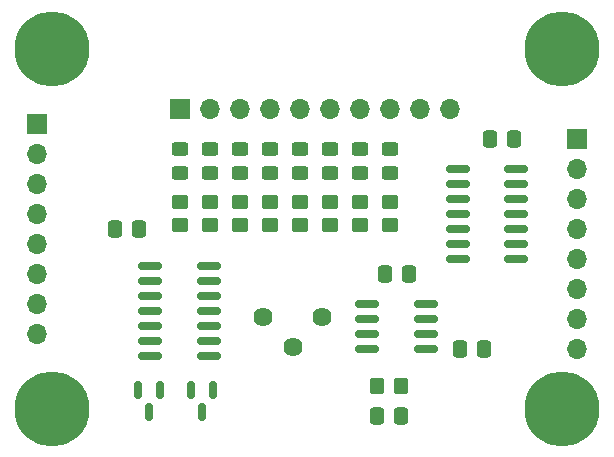
<source format=gbr>
%TF.GenerationSoftware,KiCad,Pcbnew,8.0.1-8.0.1-1~ubuntu22.04.1*%
%TF.CreationDate,2024-05-16T15:07:57-04:00*%
%TF.ProjectId,block-diagram-alex,626c6f63-6b2d-4646-9961-6772616d2d61,rev?*%
%TF.SameCoordinates,Original*%
%TF.FileFunction,Soldermask,Top*%
%TF.FilePolarity,Negative*%
%FSLAX46Y46*%
G04 Gerber Fmt 4.6, Leading zero omitted, Abs format (unit mm)*
G04 Created by KiCad (PCBNEW 8.0.1-8.0.1-1~ubuntu22.04.1) date 2024-05-16 15:07:57*
%MOMM*%
%LPD*%
G01*
G04 APERTURE LIST*
G04 Aperture macros list*
%AMRoundRect*
0 Rectangle with rounded corners*
0 $1 Rounding radius*
0 $2 $3 $4 $5 $6 $7 $8 $9 X,Y pos of 4 corners*
0 Add a 4 corners polygon primitive as box body*
4,1,4,$2,$3,$4,$5,$6,$7,$8,$9,$2,$3,0*
0 Add four circle primitives for the rounded corners*
1,1,$1+$1,$2,$3*
1,1,$1+$1,$4,$5*
1,1,$1+$1,$6,$7*
1,1,$1+$1,$8,$9*
0 Add four rect primitives between the rounded corners*
20,1,$1+$1,$2,$3,$4,$5,0*
20,1,$1+$1,$4,$5,$6,$7,0*
20,1,$1+$1,$6,$7,$8,$9,0*
20,1,$1+$1,$8,$9,$2,$3,0*%
G04 Aperture macros list end*
%ADD10C,6.350000*%
%ADD11RoundRect,0.250000X-0.450000X0.350000X-0.450000X-0.350000X0.450000X-0.350000X0.450000X0.350000X0*%
%ADD12RoundRect,0.250000X-0.450000X0.325000X-0.450000X-0.325000X0.450000X-0.325000X0.450000X0.325000X0*%
%ADD13RoundRect,0.150000X-0.825000X-0.150000X0.825000X-0.150000X0.825000X0.150000X-0.825000X0.150000X0*%
%ADD14RoundRect,0.250000X0.450000X-0.350000X0.450000X0.350000X-0.450000X0.350000X-0.450000X-0.350000X0*%
%ADD15RoundRect,0.250000X-0.350000X-0.450000X0.350000X-0.450000X0.350000X0.450000X-0.350000X0.450000X0*%
%ADD16RoundRect,0.250000X0.337500X0.475000X-0.337500X0.475000X-0.337500X-0.475000X0.337500X-0.475000X0*%
%ADD17RoundRect,0.150000X-0.150000X0.587500X-0.150000X-0.587500X0.150000X-0.587500X0.150000X0.587500X0*%
%ADD18R,1.700000X1.700000*%
%ADD19O,1.700000X1.700000*%
%ADD20RoundRect,0.250000X-0.337500X-0.475000X0.337500X-0.475000X0.337500X0.475000X-0.337500X0.475000X0*%
%ADD21C,1.620000*%
G04 APERTURE END LIST*
D10*
%TO.C,H3*%
X123190000Y-105410000D03*
%TD*%
%TO.C,H2*%
X166370000Y-74930000D03*
%TD*%
D11*
%TO.C,R4*%
X146685000Y-87900000D03*
X146685000Y-89900000D03*
%TD*%
D12*
%TO.C,D8*%
X133985000Y-83430000D03*
X133985000Y-85480000D03*
%TD*%
D10*
%TO.C,H4*%
X166370000Y-105410000D03*
%TD*%
D12*
%TO.C,D2*%
X151765000Y-83430000D03*
X151765000Y-85480000D03*
%TD*%
D13*
%TO.C,U3*%
X157545000Y-85090000D03*
X157545000Y-86360000D03*
X157545000Y-87630000D03*
X157545000Y-88900000D03*
X157545000Y-90170000D03*
X157545000Y-91440000D03*
X157545000Y-92710000D03*
X162495000Y-92710000D03*
X162495000Y-91440000D03*
X162495000Y-90170000D03*
X162495000Y-88900000D03*
X162495000Y-87630000D03*
X162495000Y-86360000D03*
X162495000Y-85090000D03*
%TD*%
D14*
%TO.C,R9*%
X133985000Y-89900000D03*
X133985000Y-87900000D03*
%TD*%
D11*
%TO.C,R5*%
X144145000Y-87900000D03*
X144145000Y-89900000D03*
%TD*%
D15*
%TO.C,R2*%
X150700000Y-103505000D03*
X152700000Y-103505000D03*
%TD*%
D12*
%TO.C,D4*%
X144145000Y-83430000D03*
X144145000Y-85480000D03*
%TD*%
D16*
%TO.C,C1*%
X162327500Y-82550000D03*
X160252500Y-82550000D03*
%TD*%
D14*
%TO.C,R7*%
X139065000Y-89900000D03*
X139065000Y-87900000D03*
%TD*%
D16*
%TO.C,C4*%
X152737500Y-106045000D03*
X150662500Y-106045000D03*
%TD*%
D12*
%TO.C,D1*%
X149225000Y-83430000D03*
X149225000Y-85480000D03*
%TD*%
D11*
%TO.C,R1*%
X149225000Y-87900000D03*
X149225000Y-89900000D03*
%TD*%
D17*
%TO.C,Q3*%
X136840000Y-103837500D03*
X134940000Y-103837500D03*
X135890000Y-105712500D03*
%TD*%
%TO.C,Q4*%
X132330000Y-103837500D03*
X130430000Y-103837500D03*
X131380000Y-105712500D03*
%TD*%
D18*
%TO.C,J3*%
X133985000Y-80010000D03*
D19*
X136525000Y-80010000D03*
X139065000Y-80010000D03*
X141605000Y-80010000D03*
X144145000Y-80010000D03*
X146685000Y-80010000D03*
X149225000Y-80010000D03*
X151765000Y-80010000D03*
X154305000Y-80010000D03*
X156845000Y-80010000D03*
%TD*%
D20*
%TO.C,C5*%
X157712500Y-100330000D03*
X159787500Y-100330000D03*
%TD*%
D14*
%TO.C,R8*%
X136525000Y-89900000D03*
X136525000Y-87900000D03*
%TD*%
D16*
%TO.C,C2*%
X130577500Y-90170000D03*
X128502500Y-90170000D03*
%TD*%
D12*
%TO.C,D6*%
X139065000Y-83430000D03*
X139065000Y-85480000D03*
%TD*%
D16*
%TO.C,C3*%
X153437500Y-93980000D03*
X151362500Y-93980000D03*
%TD*%
D10*
%TO.C,H1*%
X123190000Y-74930000D03*
%TD*%
D11*
%TO.C,R6*%
X141605000Y-87900000D03*
X141605000Y-89900000D03*
%TD*%
D12*
%TO.C,D5*%
X141605000Y-83430000D03*
X141605000Y-85480000D03*
%TD*%
%TO.C,D7*%
X136525000Y-83430000D03*
X136525000Y-85480000D03*
%TD*%
D11*
%TO.C,R3*%
X151765000Y-87900000D03*
X151765000Y-89900000D03*
%TD*%
D12*
%TO.C,D3*%
X146685000Y-83430000D03*
X146685000Y-85480000D03*
%TD*%
D13*
%TO.C,U6*%
X149860000Y-96520000D03*
X149860000Y-97790000D03*
X149860000Y-99060000D03*
X149860000Y-100330000D03*
X154810000Y-100330000D03*
X154810000Y-99060000D03*
X154810000Y-97790000D03*
X154810000Y-96520000D03*
%TD*%
%TO.C,U1*%
X131510000Y-93345000D03*
X131510000Y-94615000D03*
X131510000Y-95885000D03*
X131510000Y-97155000D03*
X131510000Y-98425000D03*
X131510000Y-99695000D03*
X131510000Y-100965000D03*
X136460000Y-100965000D03*
X136460000Y-99695000D03*
X136460000Y-98425000D03*
X136460000Y-97155000D03*
X136460000Y-95885000D03*
X136460000Y-94615000D03*
X136460000Y-93345000D03*
%TD*%
D21*
%TO.C,RV1*%
X146065000Y-97695000D03*
X143565000Y-100195000D03*
X141065000Y-97695000D03*
%TD*%
D18*
%TO.C,J2*%
X167640000Y-82550000D03*
D19*
X167640000Y-85090000D03*
X167640000Y-87630000D03*
X167640000Y-90170000D03*
X167640000Y-92710000D03*
X167640000Y-95250000D03*
X167640000Y-97790000D03*
X167640000Y-100330000D03*
%TD*%
D18*
%TO.C,J1*%
X121920000Y-81280000D03*
D19*
X121920000Y-83820000D03*
X121920000Y-86360000D03*
X121920000Y-88900000D03*
X121920000Y-91440000D03*
X121920000Y-93980000D03*
X121920000Y-96520000D03*
X121920000Y-99060000D03*
%TD*%
M02*

</source>
